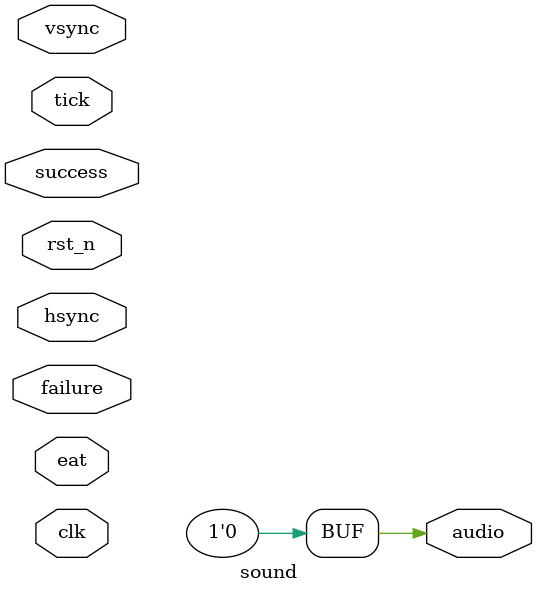
<source format=sv>
/*
 * Copyright (c) 2025 David Volz
 * SPDX-License-Identifier: Apache-2.0
 */

`include "common.sv"

module sound (
    input  logic       clk,
    input  logic       rst_n,
    input  logic       vsync,
    input  logic       hsync,
    // all sound events are 1 cycle and only asserted once
    input  logic       failure,
    input  logic       success,
    input  logic       eat,
    input  logic       tick,
    output logic       audio
);

    assign audio = 0;

endmodule

</source>
